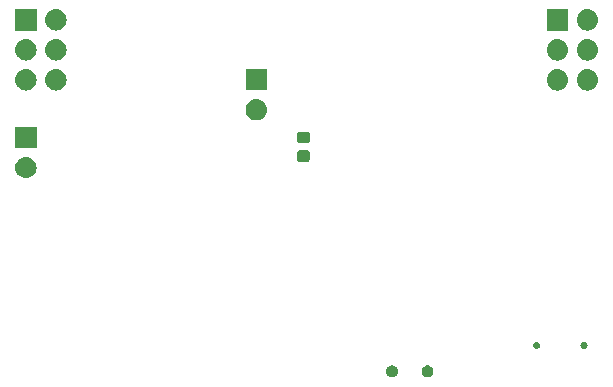
<source format=gbr>
G04 #@! TF.GenerationSoftware,KiCad,Pcbnew,5.1.2*
G04 #@! TF.CreationDate,2019-05-10T12:40:58-05:00*
G04 #@! TF.ProjectId,BreadboardPwr,42726561-6462-46f6-9172-645077722e6b,rev?*
G04 #@! TF.SameCoordinates,Original*
G04 #@! TF.FileFunction,Soldermask,Bot*
G04 #@! TF.FilePolarity,Negative*
%FSLAX46Y46*%
G04 Gerber Fmt 4.6, Leading zero omitted, Abs format (unit mm)*
G04 Created by KiCad (PCBNEW 5.1.2) date 2019-05-10 12:40:58*
%MOMM*%
%LPD*%
G04 APERTURE LIST*
%ADD10C,0.100000*%
G04 APERTURE END LIST*
D10*
G36*
X143597740Y-127758626D02*
G01*
X143646136Y-127768253D01*
X143683902Y-127783896D01*
X143737311Y-127806019D01*
X143737312Y-127806020D01*
X143819369Y-127860848D01*
X143889152Y-127930631D01*
X143889153Y-127930633D01*
X143943981Y-128012689D01*
X143981747Y-128103865D01*
X144001000Y-128200655D01*
X144001000Y-128299345D01*
X143981747Y-128396135D01*
X143943981Y-128487311D01*
X143943980Y-128487312D01*
X143889152Y-128569369D01*
X143819369Y-128639152D01*
X143778062Y-128666752D01*
X143737311Y-128693981D01*
X143683902Y-128716104D01*
X143646136Y-128731747D01*
X143597740Y-128741374D01*
X143549345Y-128751000D01*
X143450655Y-128751000D01*
X143402260Y-128741374D01*
X143353864Y-128731747D01*
X143316098Y-128716104D01*
X143262689Y-128693981D01*
X143221938Y-128666752D01*
X143180631Y-128639152D01*
X143110848Y-128569369D01*
X143056020Y-128487312D01*
X143056019Y-128487311D01*
X143018253Y-128396135D01*
X142999000Y-128299345D01*
X142999000Y-128200655D01*
X143018253Y-128103865D01*
X143056019Y-128012689D01*
X143110847Y-127930633D01*
X143110848Y-127930631D01*
X143180631Y-127860848D01*
X143262688Y-127806020D01*
X143262689Y-127806019D01*
X143316098Y-127783896D01*
X143353864Y-127768253D01*
X143402260Y-127758626D01*
X143450655Y-127749000D01*
X143549345Y-127749000D01*
X143597740Y-127758626D01*
X143597740Y-127758626D01*
G37*
G36*
X140597740Y-127758626D02*
G01*
X140646136Y-127768253D01*
X140683902Y-127783896D01*
X140737311Y-127806019D01*
X140737312Y-127806020D01*
X140819369Y-127860848D01*
X140889152Y-127930631D01*
X140889153Y-127930633D01*
X140943981Y-128012689D01*
X140981747Y-128103865D01*
X141001000Y-128200655D01*
X141001000Y-128299345D01*
X140981747Y-128396135D01*
X140943981Y-128487311D01*
X140943980Y-128487312D01*
X140889152Y-128569369D01*
X140819369Y-128639152D01*
X140778062Y-128666752D01*
X140737311Y-128693981D01*
X140683902Y-128716104D01*
X140646136Y-128731747D01*
X140597740Y-128741374D01*
X140549345Y-128751000D01*
X140450655Y-128751000D01*
X140402260Y-128741374D01*
X140353864Y-128731747D01*
X140316098Y-128716104D01*
X140262689Y-128693981D01*
X140221938Y-128666752D01*
X140180631Y-128639152D01*
X140110848Y-128569369D01*
X140056020Y-128487312D01*
X140056019Y-128487311D01*
X140018253Y-128396135D01*
X139999000Y-128299345D01*
X139999000Y-128200655D01*
X140018253Y-128103865D01*
X140056019Y-128012689D01*
X140110847Y-127930633D01*
X140110848Y-127930631D01*
X140180631Y-127860848D01*
X140262688Y-127806020D01*
X140262689Y-127806019D01*
X140316098Y-127783896D01*
X140353864Y-127768253D01*
X140402260Y-127758626D01*
X140450655Y-127749000D01*
X140549345Y-127749000D01*
X140597740Y-127758626D01*
X140597740Y-127758626D01*
G37*
G36*
X156837797Y-125760567D02*
G01*
X156892575Y-125783257D01*
X156892577Y-125783258D01*
X156941876Y-125816198D01*
X156983802Y-125858124D01*
X157016742Y-125907423D01*
X157016743Y-125907425D01*
X157039433Y-125962203D01*
X157051000Y-126020353D01*
X157051000Y-126079647D01*
X157039433Y-126137797D01*
X157016743Y-126192575D01*
X157016742Y-126192577D01*
X156983802Y-126241876D01*
X156941876Y-126283802D01*
X156892577Y-126316742D01*
X156892576Y-126316743D01*
X156892575Y-126316743D01*
X156837797Y-126339433D01*
X156779647Y-126351000D01*
X156720353Y-126351000D01*
X156662203Y-126339433D01*
X156607425Y-126316743D01*
X156607424Y-126316743D01*
X156607423Y-126316742D01*
X156558124Y-126283802D01*
X156516198Y-126241876D01*
X156483258Y-126192577D01*
X156483257Y-126192575D01*
X156460567Y-126137797D01*
X156449000Y-126079647D01*
X156449000Y-126020353D01*
X156460567Y-125962203D01*
X156483257Y-125907425D01*
X156483258Y-125907423D01*
X156516198Y-125858124D01*
X156558124Y-125816198D01*
X156607423Y-125783258D01*
X156607425Y-125783257D01*
X156662203Y-125760567D01*
X156720353Y-125749000D01*
X156779647Y-125749000D01*
X156837797Y-125760567D01*
X156837797Y-125760567D01*
G37*
G36*
X152837797Y-125760567D02*
G01*
X152892575Y-125783257D01*
X152892577Y-125783258D01*
X152941876Y-125816198D01*
X152983802Y-125858124D01*
X153016742Y-125907423D01*
X153016743Y-125907425D01*
X153039433Y-125962203D01*
X153051000Y-126020353D01*
X153051000Y-126079647D01*
X153039433Y-126137797D01*
X153016743Y-126192575D01*
X153016742Y-126192577D01*
X152983802Y-126241876D01*
X152941876Y-126283802D01*
X152892577Y-126316742D01*
X152892576Y-126316743D01*
X152892575Y-126316743D01*
X152837797Y-126339433D01*
X152779647Y-126351000D01*
X152720353Y-126351000D01*
X152662203Y-126339433D01*
X152607425Y-126316743D01*
X152607424Y-126316743D01*
X152607423Y-126316742D01*
X152558124Y-126283802D01*
X152516198Y-126241876D01*
X152483258Y-126192577D01*
X152483257Y-126192575D01*
X152460567Y-126137797D01*
X152449000Y-126079647D01*
X152449000Y-126020353D01*
X152460567Y-125962203D01*
X152483257Y-125907425D01*
X152483258Y-125907423D01*
X152516198Y-125858124D01*
X152558124Y-125816198D01*
X152607423Y-125783258D01*
X152607425Y-125783257D01*
X152662203Y-125760567D01*
X152720353Y-125749000D01*
X152779647Y-125749000D01*
X152837797Y-125760567D01*
X152837797Y-125760567D01*
G37*
G36*
X109610442Y-110105518D02*
G01*
X109676627Y-110112037D01*
X109846466Y-110163557D01*
X110002991Y-110247222D01*
X110029832Y-110269250D01*
X110140186Y-110359814D01*
X110207601Y-110441961D01*
X110252778Y-110497009D01*
X110336443Y-110653534D01*
X110387963Y-110823373D01*
X110405359Y-111000000D01*
X110387963Y-111176627D01*
X110336443Y-111346466D01*
X110252778Y-111502991D01*
X110223448Y-111538729D01*
X110140186Y-111640186D01*
X110038729Y-111723448D01*
X110002991Y-111752778D01*
X109846466Y-111836443D01*
X109676627Y-111887963D01*
X109610442Y-111894482D01*
X109544260Y-111901000D01*
X109455740Y-111901000D01*
X109389558Y-111894482D01*
X109323373Y-111887963D01*
X109153534Y-111836443D01*
X108997009Y-111752778D01*
X108961271Y-111723448D01*
X108859814Y-111640186D01*
X108776552Y-111538729D01*
X108747222Y-111502991D01*
X108663557Y-111346466D01*
X108612037Y-111176627D01*
X108594641Y-111000000D01*
X108612037Y-110823373D01*
X108663557Y-110653534D01*
X108747222Y-110497009D01*
X108792399Y-110441961D01*
X108859814Y-110359814D01*
X108970168Y-110269250D01*
X108997009Y-110247222D01*
X109153534Y-110163557D01*
X109323373Y-110112037D01*
X109389558Y-110105518D01*
X109455740Y-110099000D01*
X109544260Y-110099000D01*
X109610442Y-110105518D01*
X109610442Y-110105518D01*
G37*
G36*
X133379591Y-109540585D02*
G01*
X133413569Y-109550893D01*
X133444890Y-109567634D01*
X133472339Y-109590161D01*
X133494866Y-109617610D01*
X133511607Y-109648931D01*
X133521915Y-109682909D01*
X133526000Y-109724390D01*
X133526000Y-110325610D01*
X133521915Y-110367091D01*
X133511607Y-110401069D01*
X133494866Y-110432390D01*
X133472339Y-110459839D01*
X133444890Y-110482366D01*
X133413569Y-110499107D01*
X133379591Y-110509415D01*
X133338110Y-110513500D01*
X132661890Y-110513500D01*
X132620409Y-110509415D01*
X132586431Y-110499107D01*
X132555110Y-110482366D01*
X132527661Y-110459839D01*
X132505134Y-110432390D01*
X132488393Y-110401069D01*
X132478085Y-110367091D01*
X132474000Y-110325610D01*
X132474000Y-109724390D01*
X132478085Y-109682909D01*
X132488393Y-109648931D01*
X132505134Y-109617610D01*
X132527661Y-109590161D01*
X132555110Y-109567634D01*
X132586431Y-109550893D01*
X132620409Y-109540585D01*
X132661890Y-109536500D01*
X133338110Y-109536500D01*
X133379591Y-109540585D01*
X133379591Y-109540585D01*
G37*
G36*
X110401000Y-109361000D02*
G01*
X108599000Y-109361000D01*
X108599000Y-107559000D01*
X110401000Y-107559000D01*
X110401000Y-109361000D01*
X110401000Y-109361000D01*
G37*
G36*
X133379591Y-107965585D02*
G01*
X133413569Y-107975893D01*
X133444890Y-107992634D01*
X133472339Y-108015161D01*
X133494866Y-108042610D01*
X133511607Y-108073931D01*
X133521915Y-108107909D01*
X133526000Y-108149390D01*
X133526000Y-108750610D01*
X133521915Y-108792091D01*
X133511607Y-108826069D01*
X133494866Y-108857390D01*
X133472339Y-108884839D01*
X133444890Y-108907366D01*
X133413569Y-108924107D01*
X133379591Y-108934415D01*
X133338110Y-108938500D01*
X132661890Y-108938500D01*
X132620409Y-108934415D01*
X132586431Y-108924107D01*
X132555110Y-108907366D01*
X132527661Y-108884839D01*
X132505134Y-108857390D01*
X132488393Y-108826069D01*
X132478085Y-108792091D01*
X132474000Y-108750610D01*
X132474000Y-108149390D01*
X132478085Y-108107909D01*
X132488393Y-108073931D01*
X132505134Y-108042610D01*
X132527661Y-108015161D01*
X132555110Y-107992634D01*
X132586431Y-107975893D01*
X132620409Y-107965585D01*
X132661890Y-107961500D01*
X133338110Y-107961500D01*
X133379591Y-107965585D01*
X133379591Y-107965585D01*
G37*
G36*
X129110442Y-105205518D02*
G01*
X129176627Y-105212037D01*
X129346466Y-105263557D01*
X129502991Y-105347222D01*
X129538729Y-105376552D01*
X129640186Y-105459814D01*
X129723448Y-105561271D01*
X129752778Y-105597009D01*
X129836443Y-105753534D01*
X129887963Y-105923373D01*
X129905359Y-106100000D01*
X129887963Y-106276627D01*
X129836443Y-106446466D01*
X129752778Y-106602991D01*
X129723448Y-106638729D01*
X129640186Y-106740186D01*
X129538729Y-106823448D01*
X129502991Y-106852778D01*
X129346466Y-106936443D01*
X129176627Y-106987963D01*
X129110442Y-106994482D01*
X129044260Y-107001000D01*
X128955740Y-107001000D01*
X128889558Y-106994482D01*
X128823373Y-106987963D01*
X128653534Y-106936443D01*
X128497009Y-106852778D01*
X128461271Y-106823448D01*
X128359814Y-106740186D01*
X128276552Y-106638729D01*
X128247222Y-106602991D01*
X128163557Y-106446466D01*
X128112037Y-106276627D01*
X128094641Y-106100000D01*
X128112037Y-105923373D01*
X128163557Y-105753534D01*
X128247222Y-105597009D01*
X128276552Y-105561271D01*
X128359814Y-105459814D01*
X128461271Y-105376552D01*
X128497009Y-105347222D01*
X128653534Y-105263557D01*
X128823373Y-105212037D01*
X128889558Y-105205518D01*
X128955740Y-105199000D01*
X129044260Y-105199000D01*
X129110442Y-105205518D01*
X129110442Y-105205518D01*
G37*
G36*
X154610442Y-102685518D02*
G01*
X154676627Y-102692037D01*
X154846466Y-102743557D01*
X155002991Y-102827222D01*
X155038729Y-102856552D01*
X155140186Y-102939814D01*
X155223448Y-103041271D01*
X155252778Y-103077009D01*
X155336443Y-103233534D01*
X155387963Y-103403373D01*
X155405359Y-103580000D01*
X155387963Y-103756627D01*
X155336443Y-103926466D01*
X155252778Y-104082991D01*
X155223448Y-104118729D01*
X155140186Y-104220186D01*
X155038729Y-104303448D01*
X155002991Y-104332778D01*
X154846466Y-104416443D01*
X154676627Y-104467963D01*
X154610443Y-104474481D01*
X154544260Y-104481000D01*
X154455740Y-104481000D01*
X154389557Y-104474481D01*
X154323373Y-104467963D01*
X154153534Y-104416443D01*
X153997009Y-104332778D01*
X153961271Y-104303448D01*
X153859814Y-104220186D01*
X153776552Y-104118729D01*
X153747222Y-104082991D01*
X153663557Y-103926466D01*
X153612037Y-103756627D01*
X153594641Y-103580000D01*
X153612037Y-103403373D01*
X153663557Y-103233534D01*
X153747222Y-103077009D01*
X153776552Y-103041271D01*
X153859814Y-102939814D01*
X153961271Y-102856552D01*
X153997009Y-102827222D01*
X154153534Y-102743557D01*
X154323373Y-102692037D01*
X154389558Y-102685518D01*
X154455740Y-102679000D01*
X154544260Y-102679000D01*
X154610442Y-102685518D01*
X154610442Y-102685518D01*
G37*
G36*
X109610442Y-102685518D02*
G01*
X109676627Y-102692037D01*
X109846466Y-102743557D01*
X110002991Y-102827222D01*
X110038729Y-102856552D01*
X110140186Y-102939814D01*
X110223448Y-103041271D01*
X110252778Y-103077009D01*
X110336443Y-103233534D01*
X110387963Y-103403373D01*
X110405359Y-103580000D01*
X110387963Y-103756627D01*
X110336443Y-103926466D01*
X110252778Y-104082991D01*
X110223448Y-104118729D01*
X110140186Y-104220186D01*
X110038729Y-104303448D01*
X110002991Y-104332778D01*
X109846466Y-104416443D01*
X109676627Y-104467963D01*
X109610443Y-104474481D01*
X109544260Y-104481000D01*
X109455740Y-104481000D01*
X109389557Y-104474481D01*
X109323373Y-104467963D01*
X109153534Y-104416443D01*
X108997009Y-104332778D01*
X108961271Y-104303448D01*
X108859814Y-104220186D01*
X108776552Y-104118729D01*
X108747222Y-104082991D01*
X108663557Y-103926466D01*
X108612037Y-103756627D01*
X108594641Y-103580000D01*
X108612037Y-103403373D01*
X108663557Y-103233534D01*
X108747222Y-103077009D01*
X108776552Y-103041271D01*
X108859814Y-102939814D01*
X108961271Y-102856552D01*
X108997009Y-102827222D01*
X109153534Y-102743557D01*
X109323373Y-102692037D01*
X109389558Y-102685518D01*
X109455740Y-102679000D01*
X109544260Y-102679000D01*
X109610442Y-102685518D01*
X109610442Y-102685518D01*
G37*
G36*
X157150442Y-102685518D02*
G01*
X157216627Y-102692037D01*
X157386466Y-102743557D01*
X157542991Y-102827222D01*
X157578729Y-102856552D01*
X157680186Y-102939814D01*
X157763448Y-103041271D01*
X157792778Y-103077009D01*
X157876443Y-103233534D01*
X157927963Y-103403373D01*
X157945359Y-103580000D01*
X157927963Y-103756627D01*
X157876443Y-103926466D01*
X157792778Y-104082991D01*
X157763448Y-104118729D01*
X157680186Y-104220186D01*
X157578729Y-104303448D01*
X157542991Y-104332778D01*
X157386466Y-104416443D01*
X157216627Y-104467963D01*
X157150443Y-104474481D01*
X157084260Y-104481000D01*
X156995740Y-104481000D01*
X156929557Y-104474481D01*
X156863373Y-104467963D01*
X156693534Y-104416443D01*
X156537009Y-104332778D01*
X156501271Y-104303448D01*
X156399814Y-104220186D01*
X156316552Y-104118729D01*
X156287222Y-104082991D01*
X156203557Y-103926466D01*
X156152037Y-103756627D01*
X156134641Y-103580000D01*
X156152037Y-103403373D01*
X156203557Y-103233534D01*
X156287222Y-103077009D01*
X156316552Y-103041271D01*
X156399814Y-102939814D01*
X156501271Y-102856552D01*
X156537009Y-102827222D01*
X156693534Y-102743557D01*
X156863373Y-102692037D01*
X156929558Y-102685518D01*
X156995740Y-102679000D01*
X157084260Y-102679000D01*
X157150442Y-102685518D01*
X157150442Y-102685518D01*
G37*
G36*
X112150442Y-102685518D02*
G01*
X112216627Y-102692037D01*
X112386466Y-102743557D01*
X112542991Y-102827222D01*
X112578729Y-102856552D01*
X112680186Y-102939814D01*
X112763448Y-103041271D01*
X112792778Y-103077009D01*
X112876443Y-103233534D01*
X112927963Y-103403373D01*
X112945359Y-103580000D01*
X112927963Y-103756627D01*
X112876443Y-103926466D01*
X112792778Y-104082991D01*
X112763448Y-104118729D01*
X112680186Y-104220186D01*
X112578729Y-104303448D01*
X112542991Y-104332778D01*
X112386466Y-104416443D01*
X112216627Y-104467963D01*
X112150443Y-104474481D01*
X112084260Y-104481000D01*
X111995740Y-104481000D01*
X111929557Y-104474481D01*
X111863373Y-104467963D01*
X111693534Y-104416443D01*
X111537009Y-104332778D01*
X111501271Y-104303448D01*
X111399814Y-104220186D01*
X111316552Y-104118729D01*
X111287222Y-104082991D01*
X111203557Y-103926466D01*
X111152037Y-103756627D01*
X111134641Y-103580000D01*
X111152037Y-103403373D01*
X111203557Y-103233534D01*
X111287222Y-103077009D01*
X111316552Y-103041271D01*
X111399814Y-102939814D01*
X111501271Y-102856552D01*
X111537009Y-102827222D01*
X111693534Y-102743557D01*
X111863373Y-102692037D01*
X111929558Y-102685518D01*
X111995740Y-102679000D01*
X112084260Y-102679000D01*
X112150442Y-102685518D01*
X112150442Y-102685518D01*
G37*
G36*
X129901000Y-104461000D02*
G01*
X128099000Y-104461000D01*
X128099000Y-102659000D01*
X129901000Y-102659000D01*
X129901000Y-104461000D01*
X129901000Y-104461000D01*
G37*
G36*
X109610443Y-100145519D02*
G01*
X109676627Y-100152037D01*
X109846466Y-100203557D01*
X110002991Y-100287222D01*
X110038729Y-100316552D01*
X110140186Y-100399814D01*
X110223448Y-100501271D01*
X110252778Y-100537009D01*
X110336443Y-100693534D01*
X110387963Y-100863373D01*
X110405359Y-101040000D01*
X110387963Y-101216627D01*
X110336443Y-101386466D01*
X110252778Y-101542991D01*
X110223448Y-101578729D01*
X110140186Y-101680186D01*
X110038729Y-101763448D01*
X110002991Y-101792778D01*
X109846466Y-101876443D01*
X109676627Y-101927963D01*
X109610443Y-101934481D01*
X109544260Y-101941000D01*
X109455740Y-101941000D01*
X109389558Y-101934482D01*
X109323373Y-101927963D01*
X109153534Y-101876443D01*
X108997009Y-101792778D01*
X108961271Y-101763448D01*
X108859814Y-101680186D01*
X108776552Y-101578729D01*
X108747222Y-101542991D01*
X108663557Y-101386466D01*
X108612037Y-101216627D01*
X108594641Y-101040000D01*
X108612037Y-100863373D01*
X108663557Y-100693534D01*
X108747222Y-100537009D01*
X108776552Y-100501271D01*
X108859814Y-100399814D01*
X108961271Y-100316552D01*
X108997009Y-100287222D01*
X109153534Y-100203557D01*
X109323373Y-100152037D01*
X109389558Y-100145518D01*
X109455740Y-100139000D01*
X109544260Y-100139000D01*
X109610443Y-100145519D01*
X109610443Y-100145519D01*
G37*
G36*
X157150443Y-100145519D02*
G01*
X157216627Y-100152037D01*
X157386466Y-100203557D01*
X157542991Y-100287222D01*
X157578729Y-100316552D01*
X157680186Y-100399814D01*
X157763448Y-100501271D01*
X157792778Y-100537009D01*
X157876443Y-100693534D01*
X157927963Y-100863373D01*
X157945359Y-101040000D01*
X157927963Y-101216627D01*
X157876443Y-101386466D01*
X157792778Y-101542991D01*
X157763448Y-101578729D01*
X157680186Y-101680186D01*
X157578729Y-101763448D01*
X157542991Y-101792778D01*
X157386466Y-101876443D01*
X157216627Y-101927963D01*
X157150443Y-101934481D01*
X157084260Y-101941000D01*
X156995740Y-101941000D01*
X156929558Y-101934482D01*
X156863373Y-101927963D01*
X156693534Y-101876443D01*
X156537009Y-101792778D01*
X156501271Y-101763448D01*
X156399814Y-101680186D01*
X156316552Y-101578729D01*
X156287222Y-101542991D01*
X156203557Y-101386466D01*
X156152037Y-101216627D01*
X156134641Y-101040000D01*
X156152037Y-100863373D01*
X156203557Y-100693534D01*
X156287222Y-100537009D01*
X156316552Y-100501271D01*
X156399814Y-100399814D01*
X156501271Y-100316552D01*
X156537009Y-100287222D01*
X156693534Y-100203557D01*
X156863373Y-100152037D01*
X156929558Y-100145518D01*
X156995740Y-100139000D01*
X157084260Y-100139000D01*
X157150443Y-100145519D01*
X157150443Y-100145519D01*
G37*
G36*
X154610443Y-100145519D02*
G01*
X154676627Y-100152037D01*
X154846466Y-100203557D01*
X155002991Y-100287222D01*
X155038729Y-100316552D01*
X155140186Y-100399814D01*
X155223448Y-100501271D01*
X155252778Y-100537009D01*
X155336443Y-100693534D01*
X155387963Y-100863373D01*
X155405359Y-101040000D01*
X155387963Y-101216627D01*
X155336443Y-101386466D01*
X155252778Y-101542991D01*
X155223448Y-101578729D01*
X155140186Y-101680186D01*
X155038729Y-101763448D01*
X155002991Y-101792778D01*
X154846466Y-101876443D01*
X154676627Y-101927963D01*
X154610443Y-101934481D01*
X154544260Y-101941000D01*
X154455740Y-101941000D01*
X154389558Y-101934482D01*
X154323373Y-101927963D01*
X154153534Y-101876443D01*
X153997009Y-101792778D01*
X153961271Y-101763448D01*
X153859814Y-101680186D01*
X153776552Y-101578729D01*
X153747222Y-101542991D01*
X153663557Y-101386466D01*
X153612037Y-101216627D01*
X153594641Y-101040000D01*
X153612037Y-100863373D01*
X153663557Y-100693534D01*
X153747222Y-100537009D01*
X153776552Y-100501271D01*
X153859814Y-100399814D01*
X153961271Y-100316552D01*
X153997009Y-100287222D01*
X154153534Y-100203557D01*
X154323373Y-100152037D01*
X154389558Y-100145518D01*
X154455740Y-100139000D01*
X154544260Y-100139000D01*
X154610443Y-100145519D01*
X154610443Y-100145519D01*
G37*
G36*
X112150443Y-100145519D02*
G01*
X112216627Y-100152037D01*
X112386466Y-100203557D01*
X112542991Y-100287222D01*
X112578729Y-100316552D01*
X112680186Y-100399814D01*
X112763448Y-100501271D01*
X112792778Y-100537009D01*
X112876443Y-100693534D01*
X112927963Y-100863373D01*
X112945359Y-101040000D01*
X112927963Y-101216627D01*
X112876443Y-101386466D01*
X112792778Y-101542991D01*
X112763448Y-101578729D01*
X112680186Y-101680186D01*
X112578729Y-101763448D01*
X112542991Y-101792778D01*
X112386466Y-101876443D01*
X112216627Y-101927963D01*
X112150443Y-101934481D01*
X112084260Y-101941000D01*
X111995740Y-101941000D01*
X111929558Y-101934482D01*
X111863373Y-101927963D01*
X111693534Y-101876443D01*
X111537009Y-101792778D01*
X111501271Y-101763448D01*
X111399814Y-101680186D01*
X111316552Y-101578729D01*
X111287222Y-101542991D01*
X111203557Y-101386466D01*
X111152037Y-101216627D01*
X111134641Y-101040000D01*
X111152037Y-100863373D01*
X111203557Y-100693534D01*
X111287222Y-100537009D01*
X111316552Y-100501271D01*
X111399814Y-100399814D01*
X111501271Y-100316552D01*
X111537009Y-100287222D01*
X111693534Y-100203557D01*
X111863373Y-100152037D01*
X111929558Y-100145518D01*
X111995740Y-100139000D01*
X112084260Y-100139000D01*
X112150443Y-100145519D01*
X112150443Y-100145519D01*
G37*
G36*
X155401000Y-99401000D02*
G01*
X153599000Y-99401000D01*
X153599000Y-97599000D01*
X155401000Y-97599000D01*
X155401000Y-99401000D01*
X155401000Y-99401000D01*
G37*
G36*
X112150443Y-97605519D02*
G01*
X112216627Y-97612037D01*
X112386466Y-97663557D01*
X112542991Y-97747222D01*
X112578729Y-97776552D01*
X112680186Y-97859814D01*
X112763448Y-97961271D01*
X112792778Y-97997009D01*
X112876443Y-98153534D01*
X112927963Y-98323373D01*
X112945359Y-98500000D01*
X112927963Y-98676627D01*
X112876443Y-98846466D01*
X112792778Y-99002991D01*
X112763448Y-99038729D01*
X112680186Y-99140186D01*
X112578729Y-99223448D01*
X112542991Y-99252778D01*
X112386466Y-99336443D01*
X112216627Y-99387963D01*
X112150442Y-99394482D01*
X112084260Y-99401000D01*
X111995740Y-99401000D01*
X111929558Y-99394482D01*
X111863373Y-99387963D01*
X111693534Y-99336443D01*
X111537009Y-99252778D01*
X111501271Y-99223448D01*
X111399814Y-99140186D01*
X111316552Y-99038729D01*
X111287222Y-99002991D01*
X111203557Y-98846466D01*
X111152037Y-98676627D01*
X111134641Y-98500000D01*
X111152037Y-98323373D01*
X111203557Y-98153534D01*
X111287222Y-97997009D01*
X111316552Y-97961271D01*
X111399814Y-97859814D01*
X111501271Y-97776552D01*
X111537009Y-97747222D01*
X111693534Y-97663557D01*
X111863373Y-97612037D01*
X111929557Y-97605519D01*
X111995740Y-97599000D01*
X112084260Y-97599000D01*
X112150443Y-97605519D01*
X112150443Y-97605519D01*
G37*
G36*
X157150443Y-97605519D02*
G01*
X157216627Y-97612037D01*
X157386466Y-97663557D01*
X157542991Y-97747222D01*
X157578729Y-97776552D01*
X157680186Y-97859814D01*
X157763448Y-97961271D01*
X157792778Y-97997009D01*
X157876443Y-98153534D01*
X157927963Y-98323373D01*
X157945359Y-98500000D01*
X157927963Y-98676627D01*
X157876443Y-98846466D01*
X157792778Y-99002991D01*
X157763448Y-99038729D01*
X157680186Y-99140186D01*
X157578729Y-99223448D01*
X157542991Y-99252778D01*
X157386466Y-99336443D01*
X157216627Y-99387963D01*
X157150442Y-99394482D01*
X157084260Y-99401000D01*
X156995740Y-99401000D01*
X156929558Y-99394482D01*
X156863373Y-99387963D01*
X156693534Y-99336443D01*
X156537009Y-99252778D01*
X156501271Y-99223448D01*
X156399814Y-99140186D01*
X156316552Y-99038729D01*
X156287222Y-99002991D01*
X156203557Y-98846466D01*
X156152037Y-98676627D01*
X156134641Y-98500000D01*
X156152037Y-98323373D01*
X156203557Y-98153534D01*
X156287222Y-97997009D01*
X156316552Y-97961271D01*
X156399814Y-97859814D01*
X156501271Y-97776552D01*
X156537009Y-97747222D01*
X156693534Y-97663557D01*
X156863373Y-97612037D01*
X156929557Y-97605519D01*
X156995740Y-97599000D01*
X157084260Y-97599000D01*
X157150443Y-97605519D01*
X157150443Y-97605519D01*
G37*
G36*
X110401000Y-99401000D02*
G01*
X108599000Y-99401000D01*
X108599000Y-97599000D01*
X110401000Y-97599000D01*
X110401000Y-99401000D01*
X110401000Y-99401000D01*
G37*
M02*

</source>
